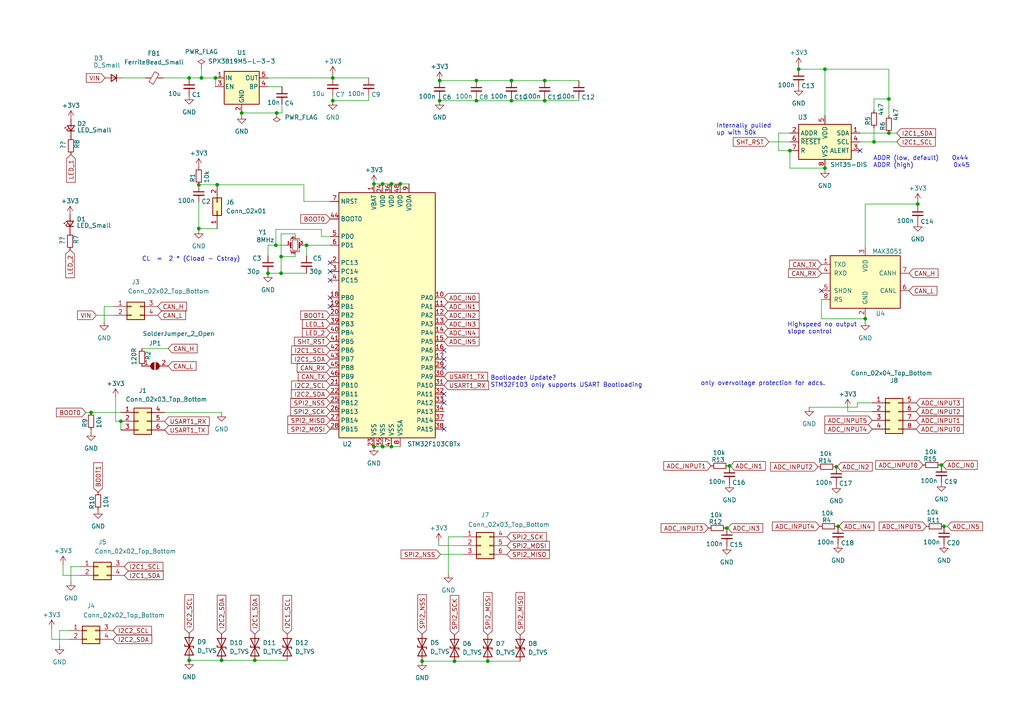
<source format=kicad_sch>
(kicad_sch (version 20211123) (generator eeschema)
  (paper "A4")
  (lib_symbols
    (symbol "Connector_Generic:Conn_02x01" (pin_names (offset 1.016) hide)
      (property "Reference" "J" (at 1.27 2.54 0))
      (property "Value" "Conn_02x01" (at 1.27 -2.54 0))
      (symbol "Conn_02x01_1_1"
        (pin passive line (at -5.08 0 0) (length 3.81) (name "Pin_1") (number "1"))
        (pin passive line (at 7.62 0 180) (length 3.81) (name "Pin_2") (number "2"))
      )
    )
    (symbol "Connector_Generic:Conn_02x02_Top_Bottom" (pin_names (offset 1.016) hide)
      (property "Reference" "J" (at 1.27 2.54 0))
      (property "Value" "Conn_02x02_Top_Bottom" (at 1.27 -5.08 0))
      (symbol "Conn_02x02_Top_Bottom_1_1"
        (pin passive line (at -5.08 0 0) (length 3.81) (name "Pin_1") (number "1"))
        (pin passive line (at -5.08 -2.54 0) (length 3.81) (name "Pin_2") (number "2"))
        (pin passive line (at 7.62 0 180) (length 3.81) (name "Pin_3") (number "3"))
        (pin passive line (at 7.62 -2.54 180) (length 3.81) (name "Pin_4") (number "4"))
      )
    )
    (symbol "Connector_Generic:Conn_02x03_Top_Bottom" (pin_names (offset 1.016) hide)
      (property "Reference" "J" (at 1.27 5.08 0))
      (property "Value" "Conn_02x03_Top_Bottom" (at 1.27 -5.08 0))
      (symbol "Conn_02x03_Top_Bottom_1_1"
        (pin passive line (at -5.08 2.54 0) (length 3.81) (name "Pin_1") (number "1"))
        (pin passive line (at -5.08 0 0) (length 3.81) (name "Pin_2") (number "2"))
        (pin passive line (at -5.08 -2.54 0) (length 3.81) (name "Pin_3") (number "3"))
        (pin passive line (at 7.62 2.54 180) (length 3.81) (name "Pin_4") (number "4"))
        (pin passive line (at 7.62 0 180) (length 3.81) (name "Pin_5") (number "5"))
        (pin passive line (at 7.62 -2.54 180) (length 3.81) (name "Pin_6") (number "6"))
      )
    )
    (symbol "Connector_Generic:Conn_02x04_Top_Bottom" (pin_names (offset 1.016) hide)
      (property "Reference" "J" (at 1.27 5.08 0))
      (property "Value" "Conn_02x04_Top_Bottom" (at 1.27 -7.62 0))
      (symbol "Conn_02x04_Top_Bottom_1_1"
        (pin passive line (at -5.08 2.54 0) (length 3.81) (name "Pin_1") (number "1"))
        (pin passive line (at -5.08 0 0) (length 3.81) (name "Pin_2") (number "2"))
        (pin passive line (at -5.08 -2.54 0) (length 3.81) (name "Pin_3") (number "3"))
        (pin passive line (at -5.08 -5.08 0) (length 3.81) (name "Pin_4") (number "4"))
        (pin passive line (at 7.62 2.54 180) (length 3.81) (name "Pin_5") (number "5"))
        (pin passive line (at 7.62 0 180) (length 3.81) (name "Pin_6") (number "6"))
        (pin passive line (at 7.62 -2.54 180) (length 3.81) (name "Pin_7") (number "7"))
        (pin passive line (at 7.62 -5.08 180) (length 3.81) (name "Pin_8") (number "8"))
      )
    )
    (symbol "Device:C_Small" (pin_numbers hide) (pin_names (offset 0.254) hide)
      (property "Reference" "C" (at 0.254 1.778 0))
      (property "Value" "C_Small" (at 0.254 -2.032 0))
      (symbol "C_Small_1_1"
        (pin passive line (at 0 2.54 270) (length 2.032) (name "~") (number "1"))
        (pin passive line (at 0 -2.54 90) (length 2.032) (name "~") (number "2"))
      )
    )
    (symbol "Device:Crystal_GND24_Small" (pin_names (offset 1.016) hide)
      (property "Reference" "Y" (at 1.27 4.445 0))
      (property "Value" "Crystal_GND24_Small" (at 1.27 2.54 0))
      (symbol "Crystal_GND24_Small_1_1"
        (pin passive line (at -2.54 0 0) (length 1.27) (name "1") (number "1"))
        (pin passive line (at 0 -2.54 90) (length 0.635) (name "2") (number "2"))
        (pin passive line (at 2.54 0 180) (length 1.27) (name "3") (number "3"))
        (pin passive line (at 0 2.54 270) (length 0.635) (name "4") (number "4"))
      )
    )
    (symbol "Device:D_Small" (pin_numbers hide) (pin_names (offset 0.254) hide)
      (property "Reference" "D" (at -1.27 2.032 0))
      (property "Value" "D_Small" (at -3.81 -2.032 0))
      (symbol "D_Small_1_1"
        (pin passive line (at -2.54 0 0) (length 1.778) (name "K") (number "1"))
        (pin passive line (at 2.54 0 180) (length 1.778) (name "A") (number "2"))
      )
    )
    (symbol "Device:D_TVS" (pin_numbers hide) (pin_names (offset 1.016) hide)
      (property "Reference" "D" (at 0 2.54 0))
      (property "Value" "D_TVS" (at 0 -2.54 0))
      (symbol "D_TVS_1_1"
        (pin passive line (at -3.81 0 0) (length 2.54) (name "A1") (number "1"))
        (pin passive line (at 3.81 0 180) (length 2.54) (name "A2") (number "2"))
      )
    )
    (symbol "Device:FerriteBead_Small" (pin_numbers hide) (pin_names (offset 0))
      (property "Reference" "FB" (at 1.905 1.27 0))
      (property "Value" "FerriteBead_Small" (at 1.905 -1.27 0))
      (symbol "FerriteBead_Small_1_1"
        (pin passive line (at 0 2.54 270) (length 1.27) (name "~") (number "1"))
        (pin passive line (at 0 -2.54 90) (length 1.27) (name "~") (number "2"))
      )
    )
    (symbol "Device:LED_Small" (pin_numbers hide) (pin_names (offset 0.254) hide)
      (property "Reference" "D" (at -1.27 3.175 0))
      (property "Value" "LED_Small" (at -4.445 -2.54 0))
      (symbol "LED_Small_1_1"
        (pin passive line (at -2.54 0 0) (length 1.778) (name "K") (number "1"))
        (pin passive line (at 2.54 0 180) (length 1.778) (name "A") (number "2"))
      )
    )
    (symbol "Device:R_Small" (pin_numbers hide) (pin_names (offset 0.254) hide)
      (property "Reference" "R" (at 0.762 0.508 0))
      (property "Value" "R_Small" (at 0.762 -1.016 0))
      (symbol "R_Small_1_1"
        (pin passive line (at 0 2.54 270) (length 0.762) (name "~") (number "1"))
        (pin passive line (at 0 -2.54 90) (length 0.762) (name "~") (number "2"))
      )
    )
    (symbol "Interface_UART:MAX3051" (pin_names (offset 1.016))
      (property "Reference" "U" (at -10.16 8.89 0))
      (property "Value" "MAX3051" (at 2.54 8.89 0))
      (symbol "MAX3051_1_1"
        (pin input line (at -12.7 5.08 0) (length 2.54) (name "TXD") (number "1"))
        (pin power_in line (at 0 -10.16 90) (length 2.54) (name "GND") (number "2"))
        (pin power_in line (at 0 10.16 270) (length 2.54) (name "VDD") (number "3"))
        (pin output line (at -12.7 2.54 0) (length 2.54) (name "RXD") (number "4"))
        (pin input line (at -12.7 -2.54 0) (length 2.54) (name "SHDN") (number "5"))
        (pin bidirectional line (at 12.7 -2.54 180) (length 2.54) (name "CANL") (number "6"))
        (pin bidirectional line (at 12.7 2.54 180) (length 2.54) (name "CANH") (number "7"))
        (pin input line (at -12.7 -5.08 0) (length 2.54) (name "RS") (number "8"))
      )
    )
    (symbol "Jumper:SolderJumper_2_Open" (pin_names (offset 0) hide)
      (property "Reference" "JP" (at 0 2.032 0))
      (property "Value" "SolderJumper_2_Open" (at 0 -2.54 0))
      (symbol "SolderJumper_2_Open_1_1"
        (pin passive line (at -3.81 0 0) (length 2.54) (name "A") (number "1"))
        (pin passive line (at 3.81 0 180) (length 2.54) (name "B") (number "2"))
      )
    )
    (symbol "MCU_ST_STM32F1:STM32F103CBTx"
      (property "Reference" "U" (at -15.24 36.83 0))
      (property "Value" "STM32F103CBTx" (at 7.62 36.83 0))
      (symbol "STM32F103CBTx_1_1"
        (pin power_in line (at -5.08 38.1 270) (length 2.54) (name "VBAT") (number "1"))
        (pin bidirectional line (at 15.24 5.08 180) (length 2.54) (name "PA0") (number "10"))
        (pin bidirectional line (at 15.24 2.54 180) (length 2.54) (name "PA1") (number "11"))
        (pin bidirectional line (at 15.24 0 180) (length 2.54) (name "PA2") (number "12"))
        (pin bidirectional line (at 15.24 -2.54 180) (length 2.54) (name "PA3") (number "13"))
        (pin bidirectional line (at 15.24 -5.08 180) (length 2.54) (name "PA4") (number "14"))
        (pin bidirectional line (at 15.24 -7.62 180) (length 2.54) (name "PA5") (number "15"))
        (pin bidirectional line (at 15.24 -10.16 180) (length 2.54) (name "PA6") (number "16"))
        (pin bidirectional line (at 15.24 -12.7 180) (length 2.54) (name "PA7") (number "17"))
        (pin bidirectional line (at -17.78 5.08 0) (length 2.54) (name "PB0") (number "18"))
        (pin bidirectional line (at -17.78 2.54 0) (length 2.54) (name "PB1") (number "19"))
        (pin bidirectional line (at -17.78 15.24 0) (length 2.54) (name "PC13") (number "2"))
        (pin bidirectional line (at -17.78 0 0) (length 2.54) (name "PB2") (number "20"))
        (pin bidirectional line (at -17.78 -20.32 0) (length 2.54) (name "PB10") (number "21"))
        (pin bidirectional line (at -17.78 -22.86 0) (length 2.54) (name "PB11") (number "22"))
        (pin power_in line (at -5.08 -38.1 90) (length 2.54) (name "VSS") (number "23"))
        (pin power_in line (at -2.54 38.1 270) (length 2.54) (name "VDD") (number "24"))
        (pin bidirectional line (at -17.78 -25.4 0) (length 2.54) (name "PB12") (number "25"))
        (pin bidirectional line (at -17.78 -27.94 0) (length 2.54) (name "PB13") (number "26"))
        (pin bidirectional line (at -17.78 -30.48 0) (length 2.54) (name "PB14") (number "27"))
        (pin bidirectional line (at -17.78 -33.02 0) (length 2.54) (name "PB15") (number "28"))
        (pin bidirectional line (at 15.24 -15.24 180) (length 2.54) (name "PA8") (number "29"))
        (pin bidirectional line (at -17.78 12.7 0) (length 2.54) (name "PC14") (number "3"))
        (pin bidirectional line (at 15.24 -17.78 180) (length 2.54) (name "PA9") (number "30"))
        (pin bidirectional line (at 15.24 -20.32 180) (length 2.54) (name "PA10") (number "31"))
        (pin bidirectional line (at 15.24 -22.86 180) (length 2.54) (name "PA11") (number "32"))
        (pin bidirectional line (at 15.24 -25.4 180) (length 2.54) (name "PA12") (number "33"))
        (pin bidirectional line (at 15.24 -27.94 180) (length 2.54) (name "PA13") (number "34"))
        (pin power_in line (at -2.54 -38.1 90) (length 2.54) (name "VSS") (number "35"))
        (pin power_in line (at 0 38.1 270) (length 2.54) (name "VDD") (number "36"))
        (pin bidirectional line (at 15.24 -30.48 180) (length 2.54) (name "PA14") (number "37"))
        (pin bidirectional line (at 15.24 -33.02 180) (length 2.54) (name "PA15") (number "38"))
        (pin bidirectional line (at -17.78 -2.54 0) (length 2.54) (name "PB3") (number "39"))
        (pin bidirectional line (at -17.78 10.16 0) (length 2.54) (name "PC15") (number "4"))
        (pin bidirectional line (at -17.78 -5.08 0) (length 2.54) (name "PB4") (number "40"))
        (pin bidirectional line (at -17.78 -7.62 0) (length 2.54) (name "PB5") (number "41"))
        (pin bidirectional line (at -17.78 -10.16 0) (length 2.54) (name "PB6") (number "42"))
        (pin bidirectional line (at -17.78 -12.7 0) (length 2.54) (name "PB7") (number "43"))
        (pin input line (at -17.78 27.94 0) (length 2.54) (name "BOOT0") (number "44"))
        (pin bidirectional line (at -17.78 -15.24 0) (length 2.54) (name "PB8") (number "45"))
        (pin bidirectional line (at -17.78 -17.78 0) (length 2.54) (name "PB9") (number "46"))
        (pin power_in line (at 0 -38.1 90) (length 2.54) (name "VSS") (number "47"))
        (pin power_in line (at 2.54 38.1 270) (length 2.54) (name "VDD") (number "48"))
        (pin input line (at -17.78 22.86 0) (length 2.54) (name "PD0") (number "5"))
        (pin input line (at -17.78 20.32 0) (length 2.54) (name "PD1") (number "6"))
        (pin input line (at -17.78 33.02 0) (length 2.54) (name "NRST") (number "7"))
        (pin power_in line (at 2.54 -38.1 90) (length 2.54) (name "VSSA") (number "8"))
        (pin power_in line (at 5.08 38.1 270) (length 2.54) (name "VDDA") (number "9"))
      )
    )
    (symbol "Regulator_Linear:SPX3819M5-L-3-3" (pin_names (offset 0.254))
      (property "Reference" "U" (at -3.81 5.715 0))
      (property "Value" "SPX3819M5-L-3-3" (at 0 5.715 0))
      (symbol "SPX3819M5-L-3-3_1_1"
        (pin power_in line (at -7.62 2.54 0) (length 2.54) (name "IN") (number "1"))
        (pin power_in line (at 0 -7.62 90) (length 2.54) (name "GND") (number "2"))
        (pin input line (at -7.62 0 0) (length 2.54) (name "EN") (number "3"))
        (pin input line (at 7.62 0 180) (length 2.54) (name "BP") (number "4"))
        (pin power_out line (at 7.62 2.54 180) (length 2.54) (name "OUT") (number "5"))
      )
    )
    (symbol "Sensor_Humidity:SHT35-DIS"
      (property "Reference" "U" (at -6.35 6.35 0))
      (property "Value" "SHT35-DIS" (at 6.35 6.35 0))
      (symbol "SHT35-DIS_1_1"
        (pin bidirectional line (at 10.16 2.54 180) (length 2.54) (name "SDA") (number "1"))
        (pin input line (at -10.16 2.54 0) (length 2.54) (name "ADDR") (number "2"))
        (pin output line (at 10.16 -2.54 180) (length 2.54) (name "ALERT") (number "3"))
        (pin input line (at 10.16 0 180) (length 2.54) (name "SCL") (number "4"))
        (pin power_in line (at 0 7.62 270) (length 2.54) (name "VDD") (number "5"))
        (pin input line (at -10.16 0 0) (length 2.54) (name "~{RESET}") (number "6"))
        (pin passive line (at -10.16 -2.54 0) (length 2.54) (name "R") (number "7"))
        (pin power_in line (at 0 -7.62 90) (length 2.54) (name "VSS") (number "8"))
        (pin passive line (at 0 -7.62 90) (length 2.54) hide (name "VSS") (number "9"))
      )
    )
    (symbol "power:+3V3" (power) (pin_names (offset 0))
      (property "Value" "+3V3" (at 0 3.556 0))
      (symbol "+3V3_1_1"
        (pin power_in line (at 0 0 90) (length 0) hide (name "+3V3") (number "1"))
      )
    )
    (symbol "power:GND" (power) (pin_names (offset 0))
      (property "Value" "GND" (at 0 -3.81 0))
      (symbol "GND_1_1"
        (pin power_in line (at 0 0 270) (length 0) hide (name "GND") (number "1"))
      )
    )
    (symbol "power:PWR_FLAG" (power) (pin_numbers hide) (pin_names (offset 0) hide)
      (property "Value" "PWR_FLAG" (at 0 3.81 0))
      (symbol "PWR_FLAG_0_0"
        (pin power_out line (at 0 0 90) (length 0) (name "pwr") (number "1"))
      )
    )
  )
  (junction (at 127.508 23.368))
  (junction (at 73.914 191.516))
  (junction (at 243.078 152.654))
  (junction (at 108.458 129.54))
  (junction (at 80.264 32.766))
  (junction (at 210.82 153.162))
  (junction (at 88.9 71.12))
  (junction (at 127.508 29.21))
  (junction (at 110.998 53.34))
  (junction (at 211.582 135.128))
  (junction (at 239.268 20.066))
  (junction (at 81.534 74.422))
  (junction (at 70.104 32.766))
  (junction (at 108.458 53.34))
  (junction (at 54.864 22.606))
  (junction (at 57.658 53.594))
  (junction (at 96.52 22.606))
  (junction (at 116.078 53.34))
  (junction (at 273.05 134.874))
  (junction (at 157.988 23.368))
  (junction (at 266.192 59.182))
  (junction (at 250.952 92.456))
  (junction (at 122.428 191.77))
  (junction (at 141.478 191.77))
  (junction (at 229.108 43.688))
  (junction (at 253.492 41.148))
  (junction (at 138.176 23.368))
  (junction (at 77.724 79.248))
  (junction (at 110.998 129.54))
  (junction (at 54.864 191.516))
  (junction (at 257.81 28.702))
  (junction (at 64.262 191.516))
  (junction (at 62.484 22.606))
  (junction (at 80.01 71.12))
  (junction (at 138.176 29.21))
  (junction (at 35.052 122.174))
  (junction (at 242.57 135.382))
  (junction (at 131.826 191.77))
  (junction (at 157.988 29.21))
  (junction (at 273.812 152.654))
  (junction (at 231.648 20.066))
  (junction (at 239.268 48.768))
  (junction (at 96.52 29.21))
  (junction (at 81.534 79.248))
  (junction (at 113.538 129.54))
  (junction (at 257.81 38.608))
  (junction (at 148.336 29.21))
  (junction (at 57.658 66.294))
  (junction (at 26.416 119.634))
  (junction (at 58.42 22.606))
  (junction (at 148.336 23.368))
  (junction (at 62.992 53.594))
  (junction (at 113.538 53.34))
  (no_connect (at 249.428 43.688))
  (no_connect (at 128.778 106.68))
  (no_connect (at 128.778 104.14))
  (no_connect (at 128.778 124.46))
  (no_connect (at 128.778 114.3))
  (no_connect (at 128.778 116.84))
  (no_connect (at 95.758 78.74))
  (no_connect (at 95.758 76.2))
  (no_connect (at 95.758 81.28))
  (no_connect (at 238.252 84.328))
  (no_connect (at 95.758 88.9))
  (no_connect (at 95.758 86.36))
  (no_connect (at 128.778 101.6))
  (wire (pts (xy 81.534 79.248) (xy 88.9 79.248)))
  (wire (pts (xy 266.192 59.182) (xy 266.192 59.436)))
  (wire (pts (xy 85.598 73.66) (xy 85.598 74.422)))
  (wire (pts (xy 238.252 86.868) (xy 238.252 92.456)))
  (wire (pts (xy 266.192 58.674) (xy 266.192 59.182)))
  (wire (pts (xy 35.052 122.174) (xy 35.052 124.714)))
  (wire (pts (xy 257.81 28.702) (xy 257.81 20.066)))
  (wire (pts (xy 77.724 22.606) (xy 96.52 22.606)))
  (wire (pts (xy 252.984 119.38) (xy 245.872 119.38)))
  (wire (pts (xy 64.262 191.516) (xy 73.914 191.516)))
  (wire (pts (xy 30.226 88.9) (xy 33.02 88.9)))
  (wire (pts (xy 250.952 59.182) (xy 250.952 71.628)))
  (wire (pts (xy 116.078 53.34) (xy 118.618 53.34)))
  (wire (pts (xy 127.508 23.368) (xy 138.176 23.368)))
  (wire (pts (xy 257.81 20.066) (xy 239.268 20.066)))
  (wire (pts (xy 141.478 191.77) (xy 150.876 191.77)))
  (wire (pts (xy 157.988 29.21) (xy 167.894 29.21)))
  (wire (pts (xy 108.458 53.34) (xy 110.998 53.34)))
  (wire (pts (xy 127.508 28.448) (xy 127.508 29.21)))
  (wire (pts (xy 88.138 58.42) (xy 88.138 53.594)))
  (wire (pts (xy 81.534 67.818) (xy 85.598 67.818)))
  (wire (pts (xy 88.9 71.12) (xy 95.758 71.12)))
  (wire (pts (xy 225.806 43.688) (xy 229.108 43.688)))
  (wire (pts (xy 47.244 22.606) (xy 54.864 22.606)))
  (wire (pts (xy 80.01 66.548) (xy 80.01 71.12)))
  (wire (pts (xy 62.992 66.294) (xy 57.658 66.294)))
  (wire (pts (xy 77.724 79.248) (xy 81.534 79.248)))
  (wire (pts (xy 20.066 185.42) (xy 14.986 185.42)))
  (wire (pts (xy 257.81 33.528) (xy 257.81 28.702)))
  (wire (pts (xy 14.986 185.42) (xy 14.986 182.372)))
  (wire (pts (xy 127.508 29.21) (xy 138.176 29.21)))
  (wire (pts (xy 20.574 168.656) (xy 20.574 164.338)))
  (wire (pts (xy 77.724 25.146) (xy 81.788 25.146)))
  (wire (pts (xy 257.81 38.608) (xy 260.096 38.608)))
  (wire (pts (xy 249.428 38.608) (xy 257.81 38.608)))
  (wire (pts (xy 33.02 91.44) (xy 27.94 91.44)))
  (wire (pts (xy 273.05 134.874) (xy 272.796 134.874)))
  (wire (pts (xy 157.988 23.368) (xy 167.894 23.368)))
  (wire (pts (xy 62.992 53.594) (xy 88.138 53.594)))
  (wire (pts (xy 138.176 28.448) (xy 138.176 29.21)))
  (wire (pts (xy 88.9 71.12) (xy 88.9 74.168)))
  (wire (pts (xy 18.288 166.878) (xy 18.288 163.83)))
  (wire (pts (xy 238.252 92.456) (xy 250.952 92.456)))
  (wire (pts (xy 167.894 29.21) (xy 167.894 28.448)))
  (wire (pts (xy 95.758 58.42) (xy 88.138 58.42)))
  (wire (pts (xy 23.368 166.878) (xy 18.288 166.878)))
  (wire (pts (xy 54.864 22.606) (xy 58.42 22.606)))
  (wire (pts (xy 96.52 22.606) (xy 106.934 22.606)))
  (wire (pts (xy 134.366 158.242) (xy 127.254 158.242)))
  (wire (pts (xy 210.82 153.162) (xy 210.566 153.162)))
  (wire (pts (xy 20.574 164.338) (xy 23.368 164.338)))
  (wire (pts (xy 223.012 41.148) (xy 229.108 41.148)))
  (wire (pts (xy 110.998 129.54) (xy 113.538 129.54)))
  (wire (pts (xy 24.892 119.634) (xy 26.416 119.634)))
  (wire (pts (xy 77.724 71.12) (xy 80.01 71.12)))
  (wire (pts (xy 242.57 135.382) (xy 242.316 135.382)))
  (wire (pts (xy 138.176 29.21) (xy 148.336 29.21)))
  (wire (pts (xy 234.696 118.11) (xy 248.666 118.11)))
  (wire (pts (xy 81.788 32.766) (xy 80.264 32.766)))
  (wire (pts (xy 249.428 41.148) (xy 253.492 41.148)))
  (wire (pts (xy 130.048 155.702) (xy 134.366 155.702)))
  (wire (pts (xy 243.332 152.654) (xy 243.078 152.654)))
  (wire (pts (xy 26.416 119.634) (xy 35.052 119.634)))
  (wire (pts (xy 96.52 22.606) (xy 96.52 21.844)))
  (wire (pts (xy 62.484 22.606) (xy 62.484 25.146)))
  (wire (pts (xy 81.534 67.818) (xy 81.534 74.422)))
  (wire (pts (xy 30.226 93.218) (xy 30.226 88.9)))
  (wire (pts (xy 157.988 28.448) (xy 157.988 29.21)))
  (wire (pts (xy 17.272 182.88) (xy 20.066 182.88)))
  (wire (pts (xy 41.148 101.092) (xy 48.768 101.092)))
  (wire (pts (xy 106.934 27.686) (xy 106.934 29.21)))
  (wire (pts (xy 273.304 134.874) (xy 273.05 134.874)))
  (wire (pts (xy 96.52 27.686) (xy 96.52 29.21)))
  (wire (pts (xy 243.078 152.654) (xy 242.824 152.654)))
  (wire (pts (xy 54.864 191.262) (xy 54.864 191.516)))
  (wire (pts (xy 250.952 92.456) (xy 250.952 93.218)))
  (wire (pts (xy 122.428 191.77) (xy 131.826 191.77)))
  (wire (pts (xy 73.914 191.516) (xy 83.312 191.516)))
  (wire (pts (xy 122.428 191.516) (xy 122.428 191.77)))
  (wire (pts (xy 26.416 125.222) (xy 26.416 124.714)))
  (wire (pts (xy 35.052 122.174) (xy 33.528 122.174)))
  (wire (pts (xy 110.998 53.34) (xy 113.538 53.34)))
  (wire (pts (xy 148.336 29.21) (xy 157.988 29.21)))
  (wire (pts (xy 57.658 58.674) (xy 57.658 66.294)))
  (wire (pts (xy 250.952 59.182) (xy 266.192 59.182)))
  (wire (pts (xy 113.538 129.54) (xy 116.078 129.54)))
  (wire (pts (xy 54.864 191.516) (xy 64.262 191.516)))
  (wire (pts (xy 47.752 119.634) (xy 64.262 119.634)))
  (wire (pts (xy 127.762 160.782) (xy 134.366 160.782)))
  (wire (pts (xy 253.492 41.148) (xy 260.096 41.148)))
  (wire (pts (xy 148.336 28.448) (xy 148.336 29.21)))
  (wire (pts (xy 127.254 158.242) (xy 127.254 157.226)))
  (wire (pts (xy 239.268 33.528) (xy 239.268 20.066)))
  (wire (pts (xy 130.048 166.37) (xy 130.048 155.702)))
  (wire (pts (xy 58.42 19.812) (xy 58.42 22.606)))
  (wire (pts (xy 239.268 48.768) (xy 239.268 49.022)))
  (wire (pts (xy 81.788 30.226) (xy 81.788 32.766)))
  (wire (pts (xy 57.658 53.594) (xy 62.992 53.594)))
  (wire (pts (xy 253.492 32.004) (xy 253.492 28.702)))
  (wire (pts (xy 231.648 19.304) (xy 231.648 20.066)))
  (wire (pts (xy 95.758 68.58) (xy 93.218 68.58)))
  (wire (pts (xy 239.268 20.066) (xy 231.648 20.066)))
  (wire (pts (xy 248.666 118.11) (xy 248.666 116.84)))
  (wire (pts (xy 35.56 22.606) (xy 42.164 22.606)))
  (wire (pts (xy 248.666 116.84) (xy 252.984 116.84)))
  (wire (pts (xy 113.538 53.34) (xy 116.078 53.34)))
  (wire (pts (xy 106.934 29.21) (xy 96.52 29.21)))
  (wire (pts (xy 77.724 74.168) (xy 77.724 71.12)))
  (wire (pts (xy 81.534 74.422) (xy 81.534 79.248)))
  (wire (pts (xy 80.264 32.766) (xy 70.104 32.766)))
  (wire (pts (xy 138.176 23.368) (xy 148.336 23.368)))
  (wire (pts (xy 70.104 32.766) (xy 70.104 33.274)))
  (wire (pts (xy 148.336 23.368) (xy 157.988 23.368)))
  (wire (pts (xy 17.272 187.198) (xy 17.272 182.88)))
  (wire (pts (xy 80.01 71.12) (xy 83.058 71.12)))
  (wire (pts (xy 85.598 67.818) (xy 85.598 68.58)))
  (wire (pts (xy 93.218 66.548) (xy 93.218 68.58)))
  (wire (pts (xy 253.492 37.084) (xy 253.492 41.148)))
  (wire (pts (xy 211.074 153.162) (xy 210.82 153.162)))
  (wire (pts (xy 81.534 74.422) (xy 85.598 74.422)))
  (wire (pts (xy 225.806 38.608) (xy 225.806 43.688)))
  (wire (pts (xy 88.138 71.12) (xy 88.9 71.12)))
  (wire (pts (xy 131.826 191.77) (xy 141.478 191.77)))
  (wire (pts (xy 211.582 135.128) (xy 211.328 135.128)))
  (wire (pts (xy 245.872 119.38) (xy 245.872 118.364)))
  (wire (pts (xy 250.952 91.948) (xy 250.952 92.456)))
  (wire (pts (xy 273.812 152.654) (xy 274.828 152.654)))
  (wire (pts (xy 229.108 38.608) (xy 225.806 38.608)))
  (wire (pts (xy 242.824 135.382) (xy 242.57 135.382)))
  (wire (pts (xy 229.108 48.768) (xy 239.268 48.768)))
  (wire (pts (xy 58.42 22.606) (xy 62.484 22.606)))
  (wire (pts (xy 57.658 66.294) (xy 57.658 66.548)))
  (wire (pts (xy 229.108 43.688) (xy 229.108 48.768)))
  (wire (pts (xy 80.01 66.548) (xy 93.218 66.548)))
  (wire (pts (xy 211.836 135.128) (xy 211.582 135.128)))
  (wire (pts (xy 33.528 122.174) (xy 33.528 115.316)))
  (wire (pts (xy 108.458 129.54) (xy 110.998 129.54)))
  (wire (pts (xy 253.492 28.702) (xy 257.81 28.702)))
  (text "ADDR (low, default)    0x44\nADDR (high)            0x45" (at 253.238 48.768 0) (effects (font (size 1.27 1.27)) (justify left bottom)))
  (text "Internally pulled \nup with 50k" (at 207.772 39.37 0) (effects (font (size 1.27 1.27)) (justify left bottom)))
  (text "only overvoltage protection for adcs." (at 203.2 112.014 0) (effects (font (size 1.27 1.27)) (justify left bottom)))
  (text "Highspeed no output\nslope control" (at 228.346 97.028 0) (effects (font (size 1.27 1.27)) (justify left bottom)))
  (text "Bootloader Update?\nSTM32F103 only supports USART Bootloading" (at 142.24 112.522 0) (effects (font (size 1.27 1.27)) (justify left bottom)))
  (text "CL  =  2 * (Cload - Cstray)" (at 41.148 75.946 0) (effects (font (size 1.27 1.27)) (justify left bottom)))
  (global_label "SPI2_MISO" (shape input) (at 147.066 160.782 0) (property "Intersheet References" "${INTERSHEET_REFS}" (effects hide)))
  (global_label "I2C1_SCL" (shape input) (at 95.758 101.6 180) (property "Intersheet References" "${INTERSHEET_REFS}" (effects hide)))
  (global_label "USART1_TX" (shape input) (at 47.752 124.714 0) (property "Intersheet References" "${INTERSHEET_REFS}" (effects hide)))
  (global_label "I2C2_SDA" (shape input) (at 95.758 114.3 180) (property "Intersheet References" "${INTERSHEET_REFS}" (effects hide)))
  (global_label "CAN_TX" (shape input) (at 95.758 109.22 180) (property "Intersheet References" "${INTERSHEET_REFS}" (effects hide)))
  (global_label "SPI2_NSS" (shape input) (at 122.428 183.896 90) (property "Intersheet References" "${INTERSHEET_REFS}" (effects hide)))
  (global_label "I2C1_SDA" (shape input) (at 260.096 38.608 0) (property "Intersheet References" "${INTERSHEET_REFS}" (effects hide)))
  (global_label "SPI2_NSS" (shape input) (at 95.758 116.84 180) (property "Intersheet References" "${INTERSHEET_REFS}" (effects hide)))
  (global_label "BOOT1" (shape input) (at 28.448 142.748 90) (property "Intersheet References" "${INTERSHEET_REFS}" (effects hide)))
  (global_label "LED_1" (shape input) (at 20.574 44.831 270) (property "Intersheet References" "${INTERSHEET_REFS}" (effects hide)))
  (global_label "ADC_INPUT5" (shape input) (at 268.732 152.654 180) (property "Intersheet References" "${INTERSHEET_REFS}" (effects hide)))
  (global_label "I2C2_SDA" (shape input) (at 64.262 183.896 90) (property "Intersheet References" "${INTERSHEET_REFS}" (effects hide)))
  (global_label "LED_1" (shape input) (at 95.758 93.98 180) (property "Intersheet References" "${INTERSHEET_REFS}" (effects hide)))
  (global_label "I2C1_SDA" (shape input) (at 73.914 183.896 90) (property "Intersheet References" "${INTERSHEET_REFS}" (effects hide)))
  (global_label "ADC_IN5" (shape input) (at 274.828 152.654 0) (property "Intersheet References" "${INTERSHEET_REFS}" (effects hide)))
  (global_label "ADC_INPUT0" (shape input) (at 265.684 124.46 0) (property "Intersheet References" "${INTERSHEET_REFS}" (effects hide)))
  (global_label "ADC_INPUT3" (shape input) (at 205.486 153.162 180) (property "Intersheet References" "${INTERSHEET_REFS}" (effects hide)))
  (global_label "SPI2_MOSI" (shape input) (at 95.758 124.46 180) (property "Intersheet References" "${INTERSHEET_REFS}" (effects hide)))
  (global_label "BOOT0" (shape input) (at 24.892 119.634 180) (property "Intersheet References" "${INTERSHEET_REFS}" (effects hide)))
  (global_label "SPI2_MISO" (shape input) (at 150.876 184.15 90) (property "Intersheet References" "${INTERSHEET_REFS}" (effects hide)))
  (global_label "I2C2_SCL" (shape input) (at 32.766 182.88 0) (property "Intersheet References" "${INTERSHEET_REFS}" (effects hide)))
  (global_label "ADC_IN1" (shape input) (at 128.778 88.9 0) (property "Intersheet References" "${INTERSHEET_REFS}" (effects hide)))
  (global_label "VIN" (shape input) (at 27.94 91.44 180) (property "Intersheet References" "${INTERSHEET_REFS}" (effects hide)))
  (global_label "ADC_INPUT5" (shape input) (at 252.984 121.92 180) (property "Intersheet References" "${INTERSHEET_REFS}" (effects hide)))
  (global_label "CAN_H" (shape input) (at 45.72 88.9 0) (property "Intersheet References" "${INTERSHEET_REFS}" (effects hide)))
  (global_label "LED_2" (shape input) (at 95.758 96.52 180) (property "Intersheet References" "${INTERSHEET_REFS}" (effects hide)))
  (global_label "I2C1_SCL" (shape input) (at 83.312 183.896 90) (property "Intersheet References" "${INTERSHEET_REFS}" (effects hide)))
  (global_label "CAN_RX" (shape input) (at 238.252 79.248 180) (property "Intersheet References" "${INTERSHEET_REFS}" (effects hide)))
  (global_label "CAN_H" (shape input) (at 48.768 101.092 0) (property "Intersheet References" "${INTERSHEET_REFS}" (effects hide)))
  (global_label "VIN" (shape input) (at 30.48 22.606 180) (property "Intersheet References" "${INTERSHEET_REFS}" (effects hide)))
  (global_label "ADC_IN1" (shape input) (at 211.836 135.128 0) (property "Intersheet References" "${INTERSHEET_REFS}" (effects hide)))
  (global_label "USART1_RX" (shape input) (at 47.752 122.174 0) (property "Intersheet References" "${INTERSHEET_REFS}" (effects hide)))
  (global_label "ADC_IN4" (shape input) (at 128.778 96.52 0) (property "Intersheet References" "${INTERSHEET_REFS}" (effects hide)))
  (global_label "I2C1_SCL" (shape input) (at 260.096 41.148 0) (property "Intersheet References" "${INTERSHEET_REFS}" (effects hide)))
  (global_label "I2C2_SCL" (shape input) (at 54.864 183.642 90) (property "Intersheet References" "${INTERSHEET_REFS}" (effects hide)))
  (global_label "LED_2" (shape input) (at 20.32 72.517 270) (property "Intersheet References" "${INTERSHEET_REFS}" (effects hide)))
  (global_label "ADC_INPUT4" (shape input) (at 252.984 124.46 180) (property "Intersheet References" "${INTERSHEET_REFS}" (effects hide)))
  (global_label "ADC_INPUT4" (shape input) (at 237.744 152.654 180) (property "Intersheet References" "${INTERSHEET_REFS}" (effects hide)))
  (global_label "CAN_L" (shape input) (at 263.652 84.328 0) (property "Intersheet References" "${INTERSHEET_REFS}" (effects hide)))
  (global_label "ADC_INPUT1" (shape input) (at 265.684 121.92 0) (property "Intersheet References" "${INTERSHEET_REFS}" (effects hide)))
  (global_label "SPI2_NSS" (shape input) (at 127.762 160.782 180) (property "Intersheet References" "${INTERSHEET_REFS}" (effects hide)))
  (global_label "ADC_IN0" (shape input) (at 273.304 134.874 0) (property "Intersheet References" "${INTERSHEET_REFS}" (effects hide)))
  (global_label "I2C1_SDA" (shape input) (at 36.068 166.878 0) (property "Intersheet References" "${INTERSHEET_REFS}" (effects hide)))
  (global_label "ADC_IN2" (shape input) (at 242.824 135.382 0) (property "Intersheet References" "${INTERSHEET_REFS}" (effects hide)))
  (global_label "SPI2_SCK" (shape input) (at 95.758 119.38 180) (property "Intersheet References" "${INTERSHEET_REFS}" (effects hide)))
  (global_label "ADC_INPUT0" (shape input) (at 267.716 134.874 180) (property "Intersheet References" "${INTERSHEET_REFS}" (effects hide)))
  (global_label "SPI2_SCK" (shape input) (at 131.826 184.15 90) (property "Intersheet References" "${INTERSHEET_REFS}" (effects hide)))
  (global_label "ADC_INPUT1" (shape input) (at 206.248 135.128 180) (property "Intersheet References" "${INTERSHEET_REFS}" (effects hide)))
  (global_label "ADC_IN3" (shape input) (at 211.074 153.162 0) (property "Intersheet References" "${INTERSHEET_REFS}" (effects hide)))
  (global_label "ADC_IN4" (shape input) (at 243.332 152.654 0) (property "Intersheet References" "${INTERSHEET_REFS}" (effects hide)))
  (global_label "ADC_IN2" (shape input) (at 128.778 91.44 0) (property "Intersheet References" "${INTERSHEET_REFS}" (effects hide)))
  (global_label "SPI2_MISO" (shape input) (at 95.758 121.92 180) (property "Intersheet References" "${INTERSHEET_REFS}" (effects hide)))
  (global_label "CAN_RX" (shape input) (at 95.758 106.68 180) (property "Intersheet References" "${INTERSHEET_REFS}" (effects hide)))
  (global_label "ADC_INPUT2" (shape input) (at 237.236 135.382 180) (property "Intersheet References" "${INTERSHEET_REFS}" (effects hide)))
  (global_label "ADC_IN0" (shape input) (at 128.778 86.36 0) (property "Intersheet References" "${INTERSHEET_REFS}" (effects hide)))
  (global_label "ADC_IN5" (shape input) (at 128.778 99.06 0) (property "Intersheet References" "${INTERSHEET_REFS}" (effects hide)))
  (global_label "ADC_INPUT3" (shape input) (at 265.684 116.84 0) (property "Intersheet References" "${INTERSHEET_REFS}" (effects hide)))
  (global_label "SPI2_SCK" (shape input) (at 147.066 155.702 0) (property "Intersheet References" "${INTERSHEET_REFS}" (effects hide)))
  (global_label "CAN_L" (shape input) (at 48.768 106.172 0) (property "Intersheet References" "${INTERSHEET_REFS}" (effects hide)))
  (global_label "SPI2_MOSI" (shape input) (at 141.478 184.15 90) (property "Intersheet References" "${INTERSHEET_REFS}" (effects hide)))
  (global_label "I2C1_SCL" (shape input) (at 36.068 164.338 0) (property "Intersheet References" "${INTERSHEET_REFS}" (effects hide)))
  (global_label "SHT_RST" (shape input) (at 95.758 99.06 180) (property "Intersheet References" "${INTERSHEET_REFS}" (effects hide)))
  (global_label "USART1_TX" (shape input) (at 128.778 109.22 0) (property "Intersheet References" "${INTERSHEET_REFS}" (effects hide)))
  (global_label "I2C2_SDA" (shape input) (at 32.766 185.42 0) (property "Intersheet References" "${INTERSHEET_REFS}" (effects hide)))
  (global_label "BOOT0" (shape input) (at 95.758 63.5 180) (property "Intersheet References" "${INTERSHEET_REFS}" (effects hide)))
  (global_label "SHT_RST" (shape input) (at 223.012 41.148 180) (property "Intersheet References" "${INTERSHEET_REFS}" (effects hide)))
  (global_label "CAN_L" (shape input) (at 45.72 91.44 0) (property "Intersheet References" "${INTERSHEET_REFS}" (effects hide)))
  (global_label "CAN_TX" (shape input) (at 238.252 76.708 180) (property "Intersheet References" "${INTERSHEET_REFS}" (effects hide)))
  (global_label "CAN_H" (shape input) (at 263.652 79.248 0) (property "Intersheet References" "${INTERSHEET_REFS}" (effects hide)))
  (global_label "I2C2_SCL" (shape input) (at 95.758 111.76 180) (property "Intersheet References" "${INTERSHEET_REFS}" (effects hide)))
  (global_label "ADC_INPUT2" (shape input) (at 265.684 119.38 0) (property "Intersheet References" "${INTERSHEET_REFS}" (effects hide)))
  (global_label "USART1_RX" (shape input) (at 128.778 111.76 0) (property "Intersheet References" "${INTERSHEET_REFS}" (effects hide)))
  (global_label "I2C1_SDA" (shape input) (at 95.758 104.14 180) (property "Intersheet References" "${INTERSHEET_REFS}" (effects hide)))
  (global_label "ADC_IN3" (shape input) (at 128.778 93.98 0) (property "Intersheet References" "${INTERSHEET_REFS}" (effects hide)))
  (global_label "BOOT1" (shape input) (at 95.758 91.44 180) (property "Intersheet References" "${INTERSHEET_REFS}" (effects hide)))
  (global_label "SPI2_MOSI" (shape input) (at 147.066 158.242 0) (property "Intersheet References" "${INTERSHEET_REFS}" (effects hide)))
  (symbol (lib_id "power:GND") (at 127.508 29.21 0) (unit 1)
    (property "Reference" "#PWR0116" (effects hide))
    (property "Value" "GND" (at 127.508 34.036 0))
  )
  (symbol (lib_id "Device:C_Small") (at 273.812 155.194 0) (unit 1)
    (property "Reference" "C20" (at 274.574 157.48 0) (effects (justify left)))
    (property "Value" "100n" (at 267.716 157.226 0) (effects (justify left)))
    (property "Footprint" "Capacitor_SMD:C_0603_1608Metric" (effects hide))
    (property "LCSC Part Number" "C14663" (effects hide))
  )
  (symbol (lib_id "Device:C_Small") (at 106.934 25.146 0) (unit 1)
    (property "Reference" "C9" (at 107.696 27.432 0) (effects (justify left)))
    (property "Value" "100n" (at 100.838 27.178 0) (effects (justify left)))
    (property "Footprint" "Capacitor_SMD:C_0603_1608Metric" (effects hide))
    (property "LCSC Part Number" "C14663" (effects hide))
  )
  (symbol (lib_id "Connector_Generic:Conn_02x03_Top_Bottom") (at 40.132 122.174 0) (unit 1)
    (property "Reference" "J1" (at 41.402 113.284 0))
    (property "Value" "Conn_02x03_Top_Bottom" (at 48.26 115.824 0))
    (property "Footprint" "OWN_Parts:pcb_edge_2_3" (effects hide))
  )
  (symbol (lib_id "power:+3V3") (at 20.574 34.671 0) (unit 1)
    (property "Reference" "#PWR0122" (effects hide))
    (property "Value" "+3V3" (at 20.574 30.607 0))
  )
  (symbol (lib_id "power:GND") (at 54.864 191.516 0) (unit 1)
    (property "Reference" "#PWR0135" (effects hide))
    (property "Value" "GND" (at 54.864 196.342 0))
  )
  (symbol (lib_id "power:GND") (at 70.104 33.274 0) (unit 1)
    (property "Reference" "#PWR0105" (effects hide))
    (property "Value" "GND" (at 70.104 38.1 0))
  )
  (symbol (lib_id "power:+3V3") (at 127.508 23.368 0) (unit 1)
    (property "Reference" "#PWR0117" (effects hide))
    (property "Value" "+3V3" (at 127.508 19.304 0))
  )
  (symbol (lib_id "Device:C_Small") (at 242.57 137.922 0) (unit 1)
    (property "Reference" "C17" (at 243.332 140.208 0) (effects (justify left)))
    (property "Value" "100n" (at 236.474 139.954 0) (effects (justify left)))
    (property "Footprint" "Capacitor_SMD:C_0603_1608Metric" (effects hide))
    (property "LCSC Part Number" "C14663" (effects hide))
  )
  (symbol (lib_id "power:GND") (at 54.864 27.686 0) (unit 1)
    (property "Reference" "#PWR0107" (effects hide))
    (property "Value" "GND" (at 54.864 32.512 0))
  )
  (symbol (lib_id "Device:C_Small") (at 148.336 25.908 0) (unit 1)
    (property "Reference" "C10" (at 149.098 28.194 0) (effects (justify left)))
    (property "Value" "100n" (at 142.24 27.94 0) (effects (justify left)))
    (property "Footprint" "Capacitor_SMD:C_0603_1608Metric" (effects hide))
    (property "LCSC Part Number" "C14663" (effects hide))
  )
  (symbol (lib_id "Device:C_Small") (at 88.9 76.708 0) (unit 1)
    (property "Reference" "C5" (at 90.678 74.93 0) (effects (justify left)))
    (property "Value" "30p" (at 89.662 78.74 0) (effects (justify left)))
    (property "Footprint" "Capacitor_SMD:C_0402_1005Metric" (effects hide))
    (property "LCSC Part Number" "C1570" (effects hide))
  )
  (symbol (lib_id "Connector_Generic:Conn_02x03_Top_Bottom") (at 139.446 158.242 0) (unit 1)
    (property "Reference" "J7" (at 140.716 149.352 0))
    (property "Value" "Conn_02x03_Top_Bottom" (at 147.574 152.146 0))
    (property "Footprint" "OWN_Parts:pcb_edge_2_3" (effects hide))
  )
  (symbol (lib_id "Jumper:SolderJumper_2_Open") (at 44.958 106.172 0) (unit 1)
    (property "Reference" "JP1" (at 44.958 99.568 0))
    (property "Value" "SolderJumper_2_Open" (at 51.816 96.774 0))
    (property "Footprint" "Jumper:SolderJumper-2_P1.3mm_Open_Pad1.0x1.5mm" (effects hide))
  )
  (symbol (lib_id "Connector_Generic:Conn_02x02_Top_Bottom") (at 28.448 164.338 0) (unit 1)
    (property "Reference" "J5" (at 29.718 157.226 0))
    (property "Value" "Conn_02x02_Top_Bottom" (at 39.243 159.893 0))
    (property "Footprint" "OWN_Parts:pcb_edge_2_2" (effects hide))
  )
  (symbol (lib_id "power:GND") (at 64.262 119.634 0) (unit 1)
    (property "Reference" "#PWR0127" (effects hide))
    (property "Value" "GND" (at 64.262 124.46 0))
  )
  (symbol (lib_id "Device:C_Small") (at 127.508 25.908 0) (unit 1)
    (property "Reference" "C6" (at 128.27 28.194 0) (effects (justify left)))
    (property "Value" "100n" (at 121.412 27.94 0) (effects (justify left)))
    (property "Footprint" "Capacitor_SMD:C_0603_1608Metric" (effects hide))
    (property "LCSC Part Number" "C14663" (effects hide))
  )
  (symbol (lib_id "Device:D_TVS") (at 131.826 187.96 90) (unit 1)
    (property "Reference" "D6" (at 134.112 186.6899 90) (effects (justify right)))
    (property "Value" "D_TVS" (at 134.112 189.2299 90) (effects (justify right)))
    (property "Footprint" "Diode_SMD:D_SOD-323" (effects hide))
    (property "Datasheet" "PESD3V3L1BA" (effects hide))
    (property "LCSC Part Number" "C51450" (effects hide))
  )
  (symbol (lib_id "Device:R_Small") (at 26.416 122.174 180) (unit 1)
    (property "Reference" "R9" (at 24.638 122.682 90))
    (property "Value" "10k" (at 28.702 122.428 90))
    (property "Footprint" "Resistor_SMD:R_0603_1608Metric" (effects hide))
    (property "LCSC Part Number" "C25804" (effects hide))
  )
  (symbol (lib_id "Device:D_TVS") (at 122.428 187.706 90) (unit 1)
    (property "Reference" "D5" (at 124.714 186.4359 90) (effects (justify right)))
    (property "Value" "D_TVS" (at 124.714 188.9759 90) (effects (justify right)))
    (property "Footprint" "Diode_SMD:D_SOD-323" (effects hide))
    (property "Datasheet" "PESD3V3L1BA" (effects hide))
    (property "LCSC Part Number" "C51450" (effects hide))
  )
  (symbol (lib_id "Device:D_TVS") (at 54.864 187.452 90) (unit 1)
    (property "Reference" "D9" (at 57.15 186.1819 90) (effects (justify right)))
    (property "Value" "D_TVS" (at 57.15 188.7219 90) (effects (justify right)))
    (property "Footprint" "Diode_SMD:D_SOD-323" (effects hide))
    (property "Datasheet" "PESD3V3L1BA" (effects hide))
    (property "LCSC Part Number" "C51450" (effects hide))
  )
  (symbol (lib_id "Connector_Generic:Conn_02x04_Top_Bottom") (at 258.064 119.38 0) (unit 1)
    (property "Reference" "J8" (at 259.334 110.363 0))
    (property "Value" "Conn_02x04_Top_Bottom" (at 258.572 108.204 0))
    (property "Footprint" "OWN_Parts:pcb_edge_2_4" (effects hide))
  )
  (symbol (lib_id "Device:D_TVS") (at 73.914 187.706 90) (unit 1)
    (property "Reference" "D11" (at 76.2 186.4359 90) (effects (justify right)))
    (property "Value" "D_TVS" (at 76.2 188.9759 90) (effects (justify right)))
    (property "Footprint" "Diode_SMD:D_SOD-323" (effects hide))
    (property "Datasheet" "PESD3V3L1BA" (effects hide))
    (property "LCSC Part Number" "C51450" (effects hide))
  )
  (symbol (lib_id "Interface_UART:MAX3051") (at 250.952 81.788 0) (unit 1)
    (property "Reference" "U4" (at 254 90.932 0) (effects (justify left)))
    (property "Value" "MAX3051" (at 252.984 72.898 0) (effects (justify left)))
    (property "Footprint" "Package_TO_SOT_SMD:SOT-23-8" (effects hide))
    (property "Datasheet" "http://datasheets.maximintegrated.com/en/ds/MAX3051.pdf" (effects hide))
  )
  (symbol (lib_id "power:GND") (at 273.812 157.734 0) (unit 1)
    (property "Reference" "#PWR0137" (effects hide))
    (property "Value" "GND" (at 273.812 162.56 0))
  )
  (symbol (lib_id "Device:R_Small") (at 28.448 145.288 180) (unit 1)
    (property "Reference" "R10" (at 26.67 145.796 90))
    (property "Value" "10k" (at 30.734 145.542 90))
    (property "Footprint" "Resistor_SMD:R_0603_1608Metric" (effects hide))
    (property "LCSC Part Number" "C25804" (effects hide))
  )
  (symbol (lib_id "power:+3V3") (at 14.986 182.372 0) (unit 1)
    (property "Reference" "#PWR0130" (effects hide))
    (property "Value" "+3V3" (at 14.986 178.308 0))
  )
  (symbol (lib_id "Device:C_Small") (at 266.192 61.976 0) (unit 1)
    (property "Reference" "C14" (at 266.954 64.262 0) (effects (justify left)))
    (property "Value" "100n" (at 260.096 64.008 0) (effects (justify left)))
    (property "Footprint" "Capacitor_SMD:C_0603_1608Metric" (effects hide))
    (property "LCSC Part Number" "C14663" (effects hide))
  )
  (symbol (lib_id "power:+3V3") (at 33.528 115.316 0) (unit 1)
    (property "Reference" "#PWR0120" (effects hide))
    (property "Value" "+3V3" (at 33.528 111.252 0))
  )
  (symbol (lib_id "power:GND") (at 243.078 157.734 0) (unit 1)
    (property "Reference" "#PWR0138" (effects hide))
    (property "Value" "GND" (at 243.078 162.56 0))
  )
  (symbol (lib_id "power:GND") (at 211.582 140.208 0) (unit 1)
    (property "Reference" "#PWR0139" (effects hide))
    (property "Value" "GND" (at 211.582 145.034 0))
  )
  (symbol (lib_id "Device:C_Small") (at 138.176 25.908 0) (unit 1)
    (property "Reference" "C8" (at 138.938 28.194 0) (effects (justify left)))
    (property "Value" "100n" (at 132.08 27.94 0) (effects (justify left)))
    (property "Footprint" "Capacitor_SMD:C_0603_1608Metric" (effects hide))
    (property "LCSC Part Number" "C14663" (effects hide))
  )
  (symbol (lib_id "Device:R_Small") (at 208.026 153.162 90) (unit 1)
    (property "Reference" "R12" (at 207.518 151.384 90))
    (property "Value" "10k" (at 207.772 149.352 90))
    (property "Footprint" "Resistor_SMD:R_0603_1608Metric" (effects hide))
  )
  (symbol (lib_id "Device:R_Small") (at 20.32 69.977 0) (unit 1)
    (property "Reference" "R7" (at 22.098 69.469 90))
    (property "Value" "??" (at 18.034 69.723 90))
    (property "Footprint" "Resistor_SMD:R_0603_1608Metric" (effects hide))
  )
  (symbol (lib_id "Device:FerriteBead_Small") (at 44.704 22.606 90) (unit 1)
    (property "Reference" "FB1" (at 44.6659 15.494 90))
    (property "Value" "FerriteBead_Small" (at 44.6659 18.034 90))
    (property "Footprint" "Inductor_SMD:L_0805_2012Metric" (effects hide))
    (property "LCSC Part Number" "C1017" (effects hide))
  )
  (symbol (lib_id "Device:C_Small") (at 211.582 137.668 0) (unit 1)
    (property "Reference" "C16" (at 212.344 139.954 0) (effects (justify left)))
    (property "Value" "100n" (at 205.486 139.7 0) (effects (justify left)))
    (property "Footprint" "Capacitor_SMD:C_0603_1608Metric" (effects hide))
    (property "LCSC Part Number" "C14663" (effects hide))
  )
  (symbol (lib_id "MCU_ST_STM32F1:STM32F103CBTx") (at 113.538 91.44 0) (unit 1)
    (property "Reference" "U2" (at 99.314 128.778 0) (effects (justify left)))
    (property "Value" "STM32F103CBTx" (at 118.11 128.778 0) (effects (justify left)))
    (property "Footprint" "Package_QFP:LQFP-48_7x7mm_P0.5mm" (effects hide))
    (property "Datasheet" "http://www.st.com/st-web-ui/static/active/en/resource/technical/document/datasheet/CD00161566.pdf" (effects hide))
  )
  (symbol (lib_id "Device:D_TVS") (at 64.262 187.706 90) (unit 1)
    (property "Reference" "D10" (at 66.548 186.4359 90) (effects (justify right)))
    (property "Value" "D_TVS" (at 66.548 188.9759 90) (effects (justify right)))
    (property "Footprint" "Diode_SMD:D_SOD-323" (effects hide))
    (property "Datasheet" "PESD3V3L1BA" (effects hide))
    (property "LCSC Part Number" "C51450" (effects hide))
  )
  (symbol (lib_id "Device:C_Small") (at 81.788 27.686 0) (unit 1)
    (property "Reference" "C4" (at 82.55 29.972 0) (effects (justify left)))
    (property "Value" "10n" (at 77.47 29.718 0) (effects (justify left)))
    (property "Footprint" "Capacitor_SMD:C_0603_1608Metric" (effects hide))
    (property "LCSC Part Number" "C57112" (effects hide))
  )
  (symbol (lib_id "power:+3V3") (at 57.658 48.514 0) (unit 1)
    (property "Reference" "#PWR0104" (effects hide))
    (property "Value" "+3V3" (at 57.658 44.45 0))
  )
  (symbol (lib_id "power:GND") (at 17.272 187.198 0) (unit 1)
    (property "Reference" "#PWR0131" (effects hide))
    (property "Value" "GND" (at 17.272 192.024 0))
  )
  (symbol (lib_id "Device:C_Small") (at 54.864 25.146 0) (unit 1)
    (property "Reference" "C1" (at 55.626 27.432 0) (effects (justify left)))
    (property "Value" "10u" (at 48.768 27.178 0) (effects (justify left)))
    (property "Footprint" "Capacitor_SMD:C_0603_1608Metric" (effects hide))
  )
  (symbol (lib_id "power:GND") (at 57.658 66.548 0) (unit 1)
    (property "Reference" "#PWR0103" (effects hide))
    (property "Value" "GND" (at 57.658 71.374 0))
  )
  (symbol (lib_id "power:GND") (at 77.724 79.248 0) (unit 1)
    (property "Reference" "#PWR0102" (effects hide))
    (property "Value" "GND" (at 77.724 84.074 0))
  )
  (symbol (lib_id "power:GND") (at 122.428 191.77 0) (unit 1)
    (property "Reference" "#PWR0134" (effects hide))
    (property "Value" "GND" (at 122.428 196.596 0))
  )
  (symbol (lib_id "Device:C_Small") (at 77.724 76.708 0) (unit 1)
    (property "Reference" "C3" (at 73.152 74.93 0) (effects (justify left)))
    (property "Value" "30p" (at 71.628 78.74 0) (effects (justify left)))
    (property "Footprint" "Capacitor_SMD:C_0402_1005Metric" (effects hide))
    (property "LCSC Part Number" "C1570" (effects hide))
  )
  (symbol (lib_id "Device:R_Small") (at 253.492 34.544 180) (unit 1)
    (property "Reference" "R5" (at 251.714 35.052 90))
    (property "Value" "4k7" (at 255.524 31.75 90))
    (property "Footprint" "Resistor_SMD:R_0603_1608Metric" (effects hide))
    (property "LCSC Part Number" "C23162" (effects hide))
  )
  (symbol (lib_id "power:GND") (at 266.192 64.516 0) (unit 1)
    (property "Reference" "#PWR0110" (effects hide))
    (property "Value" "GND" (at 266.192 69.342 0))
  )
  (symbol (lib_id "power:GND") (at 273.05 139.954 0) (unit 1)
    (property "Reference" "#PWR0128" (effects hide))
    (property "Value" "GND" (at 273.05 144.78 0))
  )
  (symbol (lib_id "power:+3V3") (at 266.192 58.674 0) (unit 1)
    (property "Reference" "#PWR0109" (effects hide))
    (property "Value" "+3V3" (at 266.192 54.61 0))
  )
  (symbol (lib_id "power:+3V3") (at 245.872 118.364 0) (unit 1)
    (property "Reference" "#PWR0119" (effects hide))
    (property "Value" "+3V3" (at 245.872 114.3 0))
  )
  (symbol (lib_id "Sensor_Humidity:SHT35-DIS") (at 239.268 41.148 0) (unit 1)
    (property "Reference" "U3" (at 231.394 34.036 0) (effects (justify left)))
    (property "Value" "SHT35-DIS" (at 240.792 47.752 0) (effects (justify left)))
    (property "Footprint" "Sensor_Humidity:Sensirion_DFN-8-1EP_2.5x2.5mm_P0.5mm_EP1.1x1.7mm" (effects hide))
    (property "Datasheet" "https://www.sensirion.com/fileadmin/user_upload/customers/sensirion/Dokumente/2_Humidity_Sensors/Datasheets/Sensirion_Humidity_Sensors_SHT3x_Datasheet_digital.pdf" (effects hide))
  )
  (symbol (lib_id "Device:R_Small") (at 41.148 103.632 0) (unit 1)
    (property "Reference" "R2" (at 42.926 103.124 90))
    (property "Value" "120R" (at 38.862 103.378 90))
    (property "Footprint" "Resistor_SMD:R_0603_1608Metric" (effects hide))
    (property "LCSC Part Number" "C22787" (effects hide))
  )
  (symbol (lib_id "power:GND") (at 20.574 168.656 0) (unit 1)
    (property "Reference" "#PWR0133" (effects hide))
    (property "Value" "GND" (at 20.574 173.482 0))
  )
  (symbol (lib_id "power:+3V3") (at 108.458 53.34 0) (unit 1)
    (property "Reference" "#PWR0101" (effects hide))
    (property "Value" "+3V3" (at 108.458 49.276 0))
  )
  (symbol (lib_id "Device:LED_Small") (at 20.32 64.897 90) (unit 1)
    (property "Reference" "D1" (at 22.225 63.5634 90) (effects (justify right)))
    (property "Value" "LED_Small" (at 22.225 65.405 90) (effects (justify right)))
    (property "Footprint" "Diode_SMD:D_0603_1608Metric" (effects hide))
  )
  (symbol (lib_id "power:GND") (at 26.416 125.222 0) (unit 1)
    (property "Reference" "#PWR0121" (effects hide))
    (property "Value" "GND" (at 26.416 130.048 0))
  )
  (symbol (lib_id "Device:C_Small") (at 57.658 56.134 0) (unit 1)
    (property "Reference" "C2" (at 58.42 58.42 0) (effects (justify left)))
    (property "Value" "100n" (at 51.562 58.166 0) (effects (justify left)))
    (property "Footprint" "Capacitor_SMD:C_0603_1608Metric" (effects hide))
    (property "LCSC Part Number" "C14663" (effects hide))
  )
  (symbol (lib_id "Device:R_Small") (at 240.284 152.654 90) (unit 1)
    (property "Reference" "R4" (at 239.776 150.876 90))
    (property "Value" "10k" (at 240.03 148.844 90))
    (property "Footprint" "Resistor_SMD:R_0603_1608Metric" (effects hide))
  )
  (symbol (lib_id "Device:R_Small") (at 239.776 135.382 90) (unit 1)
    (property "Reference" "R14" (at 239.268 133.604 90))
    (property "Value" "10k" (at 239.522 131.572 90))
    (property "Footprint" "Resistor_SMD:R_0603_1608Metric" (effects hide))
  )
  (symbol (lib_id "power:+3V3") (at 231.648 19.304 0) (unit 1)
    (property "Reference" "#PWR0114" (effects hide))
    (property "Value" "+3V3" (at 231.648 15.24 0))
  )
  (symbol (lib_id "power:PWR_FLAG") (at 80.264 32.766 180) (unit 1)
    (property "Reference" "#FLG0102" (effects hide))
    (property "Value" "PWR_FLAG" (at 82.55 34.0359 0) (effects (justify right)))
  )
  (symbol (lib_id "power:+3V3") (at 96.52 21.844 0) (unit 1)
    (property "Reference" "#PWR0106" (effects hide))
    (property "Value" "+3V3" (at 96.52 17.78 0))
  )
  (symbol (lib_id "Device:C_Small") (at 96.52 25.146 0) (unit 1)
    (property "Reference" "C7" (at 97.282 27.432 0) (effects (justify left)))
    (property "Value" "10u" (at 90.424 27.178 0) (effects (justify left)))
    (property "Footprint" "Capacitor_SMD:C_0603_1608Metric" (effects hide))
  )
  (symbol (lib_id "power:+3V3") (at 18.288 163.83 0) (unit 1)
    (property "Reference" "#PWR0132" (effects hide))
    (property "Value" "+3V3" (at 18.288 159.766 0))
  )
  (symbol (lib_id "power:GND") (at 210.82 158.242 0) (unit 1)
    (property "Reference" "#PWR0140" (effects hide))
    (property "Value" "GND" (at 210.82 163.068 0))
  )
  (symbol (lib_id "Connector_Generic:Conn_02x02_Top_Bottom") (at 25.146 182.88 0) (unit 1)
    (property "Reference" "J4" (at 26.416 175.768 0))
    (property "Value" "Conn_02x02_Top_Bottom" (at 35.941 178.435 0))
    (property "Footprint" "OWN_Parts:pcb_edge_2_2" (effects hide))
  )
  (symbol (lib_id "power:+3V3") (at 127.254 157.226 0) (unit 1)
    (property "Reference" "#PWR0125" (effects hide))
    (property "Value" "+3V3" (at 127.254 153.162 0))
  )
  (symbol (lib_id "power:GND") (at 30.226 93.218 0) (unit 1)
    (property "Reference" "#PWR0129" (effects hide))
    (property "Value" "GND" (at 30.226 98.044 0))
  )
  (symbol (lib_id "Device:R_Small") (at 270.256 134.874 90) (unit 1)
    (property "Reference" "R15" (at 269.748 133.096 90))
    (property "Value" "10k" (at 270.002 131.064 90))
    (property "Footprint" "Resistor_SMD:R_0603_1608Metric" (effects hide))
  )
  (symbol (lib_id "Device:C_Small") (at 243.078 155.194 0) (unit 1)
    (property "Reference" "C18" (at 243.84 157.48 0) (effects (justify left)))
    (property "Value" "100n" (at 236.982 157.226 0) (effects (justify left)))
    (property "Footprint" "Capacitor_SMD:C_0603_1608Metric" (effects hide))
    (property "LCSC Part Number" "C14663" (effects hide))
  )
  (symbol (lib_id "Device:D_Small") (at 33.02 22.606 180) (unit 1)
    (property "Reference" "D3" (at 28.575 16.891 0))
    (property "Value" "D_Small" (at 30.988 18.923 0))
    (property "Footprint" "Diode_SMD:D_0603_1608Metric" (effects hide))
  )
  (symbol (lib_id "Regulator_Linear:SPX3819M5-L-3-3") (at 70.104 25.146 0) (unit 1)
    (property "Reference" "U1" (at 70.104 15.24 0))
    (property "Value" "SPX3819M5-L-3-3" (at 70.104 17.78 0))
    (property "Footprint" "Package_TO_SOT_SMD:SOT-23-5" (effects hide))
    (property "Datasheet" "https://www.exar.com/content/document.ashx?id=22106&languageid=1033&type=Datasheet&partnumber=SPX3819&filename=SPX3819.pdf&part=SPX3819" (effects hide))
  )
  (symbol (lib_id "Device:LED_Small") (at 20.574 37.211 90) (unit 1)
    (property "Reference" "D2" (at 22.352 35.8774 90) (effects (justify right)))
    (property "Value" "LED_Small" (at 22.352 37.719 90) (effects (justify right)))
    (property "Footprint" "Diode_SMD:D_0603_1608Metric" (effects hide))
  )
  (symbol (lib_id "Device:D_TVS") (at 150.876 187.96 90) (unit 1)
    (property "Reference" "D8" (at 153.162 186.6899 90) (effects (justify right)))
    (property "Value" "D_TVS" (at 153.162 189.2299 90) (effects (justify right)))
    (property "Footprint" "Diode_SMD:D_SOD-323" (effects hide))
    (property "Datasheet" "PESD3V3L1BA" (effects hide))
    (property "LCSC Part Number" "C51450" (effects hide))
  )
  (symbol (lib_id "power:GND") (at 96.52 29.21 0) (unit 1)
    (property "Reference" "#PWR0108" (effects hide))
    (property "Value" "GND" (at 96.52 34.036 0))
  )
  (symbol (lib_id "power:GND") (at 28.448 147.828 0) (unit 1)
    (property "Reference" "#PWR0124" (effects hide))
    (property "Value" "GND" (at 28.448 152.654 0))
  )
  (symbol (lib_id "Device:R_Small") (at 257.81 36.068 180) (unit 1)
    (property "Reference" "R6" (at 256.032 36.576 90))
    (property "Value" "4k7" (at 259.842 33.274 90))
    (property "Footprint" "Resistor_SMD:R_0603_1608Metric" (effects hide))
    (property "LCSC Part Number" "C23162" (effects hide))
  )
  (symbol (lib_id "Device:D_TVS") (at 83.312 187.706 90) (unit 1)
    (property "Reference" "D12" (at 85.598 186.4359 90) (effects (justify right)))
    (property "Value" "D_TVS" (at 85.598 188.9759 90) (effects (justify right)))
    (property "Footprint" "Diode_SMD:D_SOD-323" (effects hide))
    (property "Datasheet" "PESD3V3L1BA" (effects hide))
    (property "LCSC Part Number" "C51450" (effects hide))
  )
  (symbol (lib_id "Device:D_TVS") (at 141.478 187.96 90) (unit 1)
    (property "Reference" "D7" (at 143.764 186.6899 90) (effects (justify right)))
    (property "Value" "D_TVS" (at 143.764 189.2299 90) (effects (justify right)))
    (property "Footprint" "Diode_SMD:D_SOD-323" (effects hide))
    (property "Datasheet" "PESD3V3L1BA" (effects hide))
    (property "LCSC Part Number" "C51450" (effects hide))
  )
  (symbol (lib_id "power:GND") (at 108.458 129.54 0) (unit 1)
    (property "Reference" "#PWR0115" (effects hide))
    (property "Value" "GND" (at 108.458 134.366 0))
  )
  (symbol (lib_id "Connector_Generic:Conn_02x02_Top_Bottom") (at 38.1 88.9 0) (unit 1)
    (property "Reference" "J3" (at 39.37 81.788 0))
    (property "Value" "Conn_02x02_Top_Bottom" (at 48.895 84.455 0))
    (property "Footprint" "OWN_Parts:pcb_edge_2_2" (effects hide))
  )
  (symbol (lib_id "Device:Crystal_GND24_Small") (at 85.598 71.12 0) (unit 1)
    (property "Reference" "Y1" (at 76.2 67.31 0))
    (property "Value" "8MHz" (at 76.962 69.596 0))
    (property "Footprint" "Crystal:Crystal_SMD_5032-4Pin_5.0x3.2mm" (effects hide))
    (property "LCSC Part Number" "C157341" (effects hide))
  )
  (symbol (lib_id "power:+3V3") (at 20.32 62.357 0) (unit 1)
    (property "Reference" "#PWR0123" (effects hide))
    (property "Value" "+3V3" (at 20.32 58.293 0))
  )
  (symbol (lib_id "power:GND") (at 130.048 166.37 0) (unit 1)
    (property "Reference" "#PWR0126" (effects hide))
    (property "Value" "GND" (at 130.048 171.196 0))
  )
  (symbol (lib_id "Device:R_Small") (at 57.658 51.054 180) (unit 1)
    (property "Reference" "R1" (at 55.88 51.562 90))
    (property "Value" "10k" (at 59.944 51.308 90))
    (property "Footprint" "Resistor_SMD:R_0603_1608Metric" (effects hide))
    (property "LCSC Part Number" "C25804" (effects hide))
  )
  (symbol (lib_id "power:GND") (at 239.268 49.022 0) (unit 1)
    (property "Reference" "#PWR0112" (effects hide))
    (property "Value" "GND" (at 239.268 53.848 0))
  )
  (symbol (lib_id "power:GND") (at 242.57 140.462 0) (unit 1)
    (property "Reference" "#PWR0136" (effects hide))
    (property "Value" "GND" (at 242.57 145.288 0))
  )
  (symbol (lib_id "Device:R_Small") (at 20.574 42.291 0) (unit 1)
    (property "Reference" "R8" (at 22.352 41.783 90))
    (property "Value" "??" (at 18.288 42.037 90))
    (property "Footprint" "Resistor_SMD:R_0603_1608Metric" (effects hide))
  )
  (symbol (lib_id "Device:C_Small") (at 167.894 25.908 0) (unit 1)
    (property "Reference" "C12" (at 168.656 28.194 0) (effects (justify left)))
    (property "Value" "100n" (at 161.798 27.94 0) (effects (justify left)))
    (property "Footprint" "Capacitor_SMD:C_0603_1608Metric" (effects hide))
    (property "LCSC Part Number" "C14663" (effects hide))
  )
  (symbol (lib_id "Device:R_Small") (at 208.788 135.128 90) (unit 1)
    (property "Reference" "R13" (at 208.28 133.35 90))
    (property "Value" "10k" (at 208.534 131.318 90))
    (property "Footprint" "Resistor_SMD:R_0603_1608Metric" (effects hide))
  )
  (symbol (lib_id "power:GND") (at 231.648 25.146 0) (unit 1)
    (property "Reference" "#PWR0113" (effects hide))
    (property "Value" "GND" (at 231.648 29.972 0))
  )
  (symbol (lib_id "power:GND") (at 234.696 118.11 0) (unit 1)
    (property "Reference" "#PWR0118" (effects hide))
    (property "Value" "GND" (at 234.696 122.936 0))
  )
  (symbol (lib_id "Device:C_Small") (at 157.988 25.908 0) (unit 1)
    (property "Reference" "C11" (at 158.75 28.194 0) (effects (justify left)))
    (property "Value" "100n" (at 151.892 27.94 0) (effects (justify left)))
    (property "Footprint" "Capacitor_SMD:C_0603_1608Metric" (effects hide))
    (property "LCSC Part Number" "C14663" (effects hide))
  )
  (symbol (lib_id "Device:C_Small") (at 273.05 137.414 0) (unit 1)
    (property "Reference" "C19" (at 273.812 139.7 0) (effects (justify left)))
    (property "Value" "100n" (at 266.954 139.446 0) (effects (justify left)))
    (property "Footprint" "Capacitor_SMD:C_0603_1608Metric" (effects hide))
    (property "LCSC Part Number" "C14663" (effects hide))
  )
  (symbol (lib_id "power:PWR_FLAG") (at 58.42 19.812 0) (unit 1)
    (property "Reference" "#FLG0101" (effects hide))
    (property "Value" "PWR_FLAG" (at 58.42 14.986 0))
  )
  (symbol (lib_id "Device:R_Small") (at 271.272 152.654 90) (unit 1)
    (property "Reference" "R11" (at 270.764 150.876 90))
    (property "Value" "10k" (at 270.51 148.59 90))
    (property "Footprint" "Resistor_SMD:R_0603_1608Metric" (effects hide))
  )
  (symbol (lib_id "Device:C_Small") (at 231.648 22.606 0) (unit 1)
    (property "Reference" "C13" (at 232.41 24.892 0) (effects (justify left)))
    (property "Value" "100n" (at 225.552 24.638 0) (effects (justify left)))
    (property "Footprint" "Capacitor_SMD:C_0603_1608Metric" (effects hide))
    (property "LCSC Part Number" "C14663" (effects hide))
  )
  (symbol (lib_id "Device:C_Small") (at 210.82 155.702 0) (unit 1)
    (property "Reference" "C15" (at 211.582 157.988 0) (effects (justify left)))
    (property "Value" "100n" (at 204.724 157.734 0) (effects (justify left)))
    (property "Footprint" "Capacitor_SMD:C_0603_1608Metric" (effects hide))
    (property "LCSC Part Number" "C14663" (effects hide))
  )
  (symbol (lib_id "power:GND") (at 250.952 93.218 0) (unit 1)
    (property "Reference" "#PWR0111" (effects hide))
    (property "Value" "GND" (at 250.952 98.044 0))
  )
  (symbol (lib_id "Connector_Generic:Conn_02x01") (at 62.992 61.214 90) (unit 1)
    (property "Reference" "J6" (at 65.532 58.6739 90) (effects (justify right)))
    (property "Value" "Conn_02x01" (at 65.532 61.2139 90) (effects (justify right)))
    (property "Footprint" "OWN_Parts:pcb_edge_2_1" (effects hide))
  )
)
</source>
